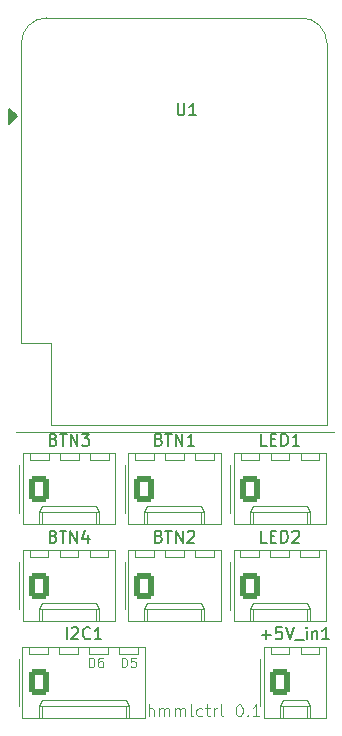
<source format=gto>
G04 #@! TF.GenerationSoftware,KiCad,Pcbnew,8.0.4*
G04 #@! TF.CreationDate,2024-07-25T20:30:30+02:00*
G04 #@! TF.ProjectId,hmmctrl,686d6d63-7472-46c2-9e6b-696361645f70,rev?*
G04 #@! TF.SameCoordinates,Original*
G04 #@! TF.FileFunction,Legend,Top*
G04 #@! TF.FilePolarity,Positive*
%FSLAX46Y46*%
G04 Gerber Fmt 4.6, Leading zero omitted, Abs format (unit mm)*
G04 Created by KiCad (PCBNEW 8.0.4) date 2024-07-25 20:30:30*
%MOMM*%
%LPD*%
G01*
G04 APERTURE LIST*
G04 Aperture macros list*
%AMRoundRect*
0 Rectangle with rounded corners*
0 $1 Rounding radius*
0 $2 $3 $4 $5 $6 $7 $8 $9 X,Y pos of 4 corners*
0 Add a 4 corners polygon primitive as box body*
4,1,4,$2,$3,$4,$5,$6,$7,$8,$9,$2,$3,0*
0 Add four circle primitives for the rounded corners*
1,1,$1+$1,$2,$3*
1,1,$1+$1,$4,$5*
1,1,$1+$1,$6,$7*
1,1,$1+$1,$8,$9*
0 Add four rect primitives between the rounded corners*
20,1,$1+$1,$2,$3,$4,$5,0*
20,1,$1+$1,$4,$5,$6,$7,0*
20,1,$1+$1,$6,$7,$8,$9,0*
20,1,$1+$1,$8,$9,$2,$3,0*%
G04 Aperture macros list end*
%ADD10C,0.100000*%
%ADD11C,0.150000*%
%ADD12C,0.120000*%
%ADD13RoundRect,0.250000X-0.620000X-0.845000X0.620000X-0.845000X0.620000X0.845000X-0.620000X0.845000X0*%
%ADD14O,1.740000X2.190000*%
%ADD15R,2.000000X2.000000*%
%ADD16O,2.000000X1.600000*%
%ADD17C,0.600000*%
G04 APERTURE END LIST*
D10*
X100033884Y-89092419D02*
X100033884Y-88092419D01*
X100462455Y-89092419D02*
X100462455Y-88568609D01*
X100462455Y-88568609D02*
X100414836Y-88473371D01*
X100414836Y-88473371D02*
X100319598Y-88425752D01*
X100319598Y-88425752D02*
X100176741Y-88425752D01*
X100176741Y-88425752D02*
X100081503Y-88473371D01*
X100081503Y-88473371D02*
X100033884Y-88520990D01*
X100938646Y-89092419D02*
X100938646Y-88425752D01*
X100938646Y-88520990D02*
X100986265Y-88473371D01*
X100986265Y-88473371D02*
X101081503Y-88425752D01*
X101081503Y-88425752D02*
X101224360Y-88425752D01*
X101224360Y-88425752D02*
X101319598Y-88473371D01*
X101319598Y-88473371D02*
X101367217Y-88568609D01*
X101367217Y-88568609D02*
X101367217Y-89092419D01*
X101367217Y-88568609D02*
X101414836Y-88473371D01*
X101414836Y-88473371D02*
X101510074Y-88425752D01*
X101510074Y-88425752D02*
X101652931Y-88425752D01*
X101652931Y-88425752D02*
X101748170Y-88473371D01*
X101748170Y-88473371D02*
X101795789Y-88568609D01*
X101795789Y-88568609D02*
X101795789Y-89092419D01*
X102271979Y-89092419D02*
X102271979Y-88425752D01*
X102271979Y-88520990D02*
X102319598Y-88473371D01*
X102319598Y-88473371D02*
X102414836Y-88425752D01*
X102414836Y-88425752D02*
X102557693Y-88425752D01*
X102557693Y-88425752D02*
X102652931Y-88473371D01*
X102652931Y-88473371D02*
X102700550Y-88568609D01*
X102700550Y-88568609D02*
X102700550Y-89092419D01*
X102700550Y-88568609D02*
X102748169Y-88473371D01*
X102748169Y-88473371D02*
X102843407Y-88425752D01*
X102843407Y-88425752D02*
X102986264Y-88425752D01*
X102986264Y-88425752D02*
X103081503Y-88473371D01*
X103081503Y-88473371D02*
X103129122Y-88568609D01*
X103129122Y-88568609D02*
X103129122Y-89092419D01*
X103748169Y-89092419D02*
X103652931Y-89044800D01*
X103652931Y-89044800D02*
X103605312Y-88949561D01*
X103605312Y-88949561D02*
X103605312Y-88092419D01*
X104557693Y-89044800D02*
X104462455Y-89092419D01*
X104462455Y-89092419D02*
X104271979Y-89092419D01*
X104271979Y-89092419D02*
X104176741Y-89044800D01*
X104176741Y-89044800D02*
X104129122Y-88997180D01*
X104129122Y-88997180D02*
X104081503Y-88901942D01*
X104081503Y-88901942D02*
X104081503Y-88616228D01*
X104081503Y-88616228D02*
X104129122Y-88520990D01*
X104129122Y-88520990D02*
X104176741Y-88473371D01*
X104176741Y-88473371D02*
X104271979Y-88425752D01*
X104271979Y-88425752D02*
X104462455Y-88425752D01*
X104462455Y-88425752D02*
X104557693Y-88473371D01*
X104843408Y-88425752D02*
X105224360Y-88425752D01*
X104986265Y-88092419D02*
X104986265Y-88949561D01*
X104986265Y-88949561D02*
X105033884Y-89044800D01*
X105033884Y-89044800D02*
X105129122Y-89092419D01*
X105129122Y-89092419D02*
X105224360Y-89092419D01*
X105557694Y-89092419D02*
X105557694Y-88425752D01*
X105557694Y-88616228D02*
X105605313Y-88520990D01*
X105605313Y-88520990D02*
X105652932Y-88473371D01*
X105652932Y-88473371D02*
X105748170Y-88425752D01*
X105748170Y-88425752D02*
X105843408Y-88425752D01*
X106319599Y-89092419D02*
X106224361Y-89044800D01*
X106224361Y-89044800D02*
X106176742Y-88949561D01*
X106176742Y-88949561D02*
X106176742Y-88092419D01*
X107652933Y-88092419D02*
X107748171Y-88092419D01*
X107748171Y-88092419D02*
X107843409Y-88140038D01*
X107843409Y-88140038D02*
X107891028Y-88187657D01*
X107891028Y-88187657D02*
X107938647Y-88282895D01*
X107938647Y-88282895D02*
X107986266Y-88473371D01*
X107986266Y-88473371D02*
X107986266Y-88711466D01*
X107986266Y-88711466D02*
X107938647Y-88901942D01*
X107938647Y-88901942D02*
X107891028Y-88997180D01*
X107891028Y-88997180D02*
X107843409Y-89044800D01*
X107843409Y-89044800D02*
X107748171Y-89092419D01*
X107748171Y-89092419D02*
X107652933Y-89092419D01*
X107652933Y-89092419D02*
X107557695Y-89044800D01*
X107557695Y-89044800D02*
X107510076Y-88997180D01*
X107510076Y-88997180D02*
X107462457Y-88901942D01*
X107462457Y-88901942D02*
X107414838Y-88711466D01*
X107414838Y-88711466D02*
X107414838Y-88473371D01*
X107414838Y-88473371D02*
X107462457Y-88282895D01*
X107462457Y-88282895D02*
X107510076Y-88187657D01*
X107510076Y-88187657D02*
X107557695Y-88140038D01*
X107557695Y-88140038D02*
X107652933Y-88092419D01*
X108414838Y-88997180D02*
X108462457Y-89044800D01*
X108462457Y-89044800D02*
X108414838Y-89092419D01*
X108414838Y-89092419D02*
X108367219Y-89044800D01*
X108367219Y-89044800D02*
X108414838Y-88997180D01*
X108414838Y-88997180D02*
X108414838Y-89092419D01*
X109414837Y-89092419D02*
X108843409Y-89092419D01*
X109129123Y-89092419D02*
X109129123Y-88092419D01*
X109129123Y-88092419D02*
X109033885Y-88235276D01*
X109033885Y-88235276D02*
X108938647Y-88330514D01*
X108938647Y-88330514D02*
X108843409Y-88378133D01*
X88800000Y-65000000D02*
X115700000Y-65000000D01*
D11*
X93087619Y-82564819D02*
X93087619Y-81564819D01*
X93516190Y-81660057D02*
X93563809Y-81612438D01*
X93563809Y-81612438D02*
X93659047Y-81564819D01*
X93659047Y-81564819D02*
X93897142Y-81564819D01*
X93897142Y-81564819D02*
X93992380Y-81612438D01*
X93992380Y-81612438D02*
X94039999Y-81660057D01*
X94039999Y-81660057D02*
X94087618Y-81755295D01*
X94087618Y-81755295D02*
X94087618Y-81850533D01*
X94087618Y-81850533D02*
X94039999Y-81993390D01*
X94039999Y-81993390D02*
X93468571Y-82564819D01*
X93468571Y-82564819D02*
X94087618Y-82564819D01*
X95087618Y-82469580D02*
X95039999Y-82517200D01*
X95039999Y-82517200D02*
X94897142Y-82564819D01*
X94897142Y-82564819D02*
X94801904Y-82564819D01*
X94801904Y-82564819D02*
X94659047Y-82517200D01*
X94659047Y-82517200D02*
X94563809Y-82421961D01*
X94563809Y-82421961D02*
X94516190Y-82326723D01*
X94516190Y-82326723D02*
X94468571Y-82136247D01*
X94468571Y-82136247D02*
X94468571Y-81993390D01*
X94468571Y-81993390D02*
X94516190Y-81802914D01*
X94516190Y-81802914D02*
X94563809Y-81707676D01*
X94563809Y-81707676D02*
X94659047Y-81612438D01*
X94659047Y-81612438D02*
X94801904Y-81564819D01*
X94801904Y-81564819D02*
X94897142Y-81564819D01*
X94897142Y-81564819D02*
X95039999Y-81612438D01*
X95039999Y-81612438D02*
X95087618Y-81660057D01*
X96039999Y-82564819D02*
X95468571Y-82564819D01*
X95754285Y-82564819D02*
X95754285Y-81564819D01*
X95754285Y-81564819D02*
X95659047Y-81707676D01*
X95659047Y-81707676D02*
X95563809Y-81802914D01*
X95563809Y-81802914D02*
X95468571Y-81850533D01*
D10*
X94986265Y-84926895D02*
X94986265Y-84126895D01*
X94986265Y-84126895D02*
X95176741Y-84126895D01*
X95176741Y-84126895D02*
X95291027Y-84164990D01*
X95291027Y-84164990D02*
X95367217Y-84241180D01*
X95367217Y-84241180D02*
X95405312Y-84317371D01*
X95405312Y-84317371D02*
X95443408Y-84469752D01*
X95443408Y-84469752D02*
X95443408Y-84584038D01*
X95443408Y-84584038D02*
X95405312Y-84736419D01*
X95405312Y-84736419D02*
X95367217Y-84812609D01*
X95367217Y-84812609D02*
X95291027Y-84888800D01*
X95291027Y-84888800D02*
X95176741Y-84926895D01*
X95176741Y-84926895D02*
X94986265Y-84926895D01*
X96129122Y-84126895D02*
X95976741Y-84126895D01*
X95976741Y-84126895D02*
X95900550Y-84164990D01*
X95900550Y-84164990D02*
X95862455Y-84203085D01*
X95862455Y-84203085D02*
X95786265Y-84317371D01*
X95786265Y-84317371D02*
X95748169Y-84469752D01*
X95748169Y-84469752D02*
X95748169Y-84774514D01*
X95748169Y-84774514D02*
X95786265Y-84850704D01*
X95786265Y-84850704D02*
X95824360Y-84888800D01*
X95824360Y-84888800D02*
X95900550Y-84926895D01*
X95900550Y-84926895D02*
X96052931Y-84926895D01*
X96052931Y-84926895D02*
X96129122Y-84888800D01*
X96129122Y-84888800D02*
X96167217Y-84850704D01*
X96167217Y-84850704D02*
X96205312Y-84774514D01*
X96205312Y-84774514D02*
X96205312Y-84584038D01*
X96205312Y-84584038D02*
X96167217Y-84507847D01*
X96167217Y-84507847D02*
X96129122Y-84469752D01*
X96129122Y-84469752D02*
X96052931Y-84431657D01*
X96052931Y-84431657D02*
X95900550Y-84431657D01*
X95900550Y-84431657D02*
X95824360Y-84469752D01*
X95824360Y-84469752D02*
X95786265Y-84507847D01*
X95786265Y-84507847D02*
X95748169Y-84584038D01*
X97767218Y-84926895D02*
X97767218Y-84126895D01*
X97767218Y-84126895D02*
X97957694Y-84126895D01*
X97957694Y-84126895D02*
X98071980Y-84164990D01*
X98071980Y-84164990D02*
X98148170Y-84241180D01*
X98148170Y-84241180D02*
X98186265Y-84317371D01*
X98186265Y-84317371D02*
X98224361Y-84469752D01*
X98224361Y-84469752D02*
X98224361Y-84584038D01*
X98224361Y-84584038D02*
X98186265Y-84736419D01*
X98186265Y-84736419D02*
X98148170Y-84812609D01*
X98148170Y-84812609D02*
X98071980Y-84888800D01*
X98071980Y-84888800D02*
X97957694Y-84926895D01*
X97957694Y-84926895D02*
X97767218Y-84926895D01*
X98948170Y-84126895D02*
X98567218Y-84126895D01*
X98567218Y-84126895D02*
X98529122Y-84507847D01*
X98529122Y-84507847D02*
X98567218Y-84469752D01*
X98567218Y-84469752D02*
X98643408Y-84431657D01*
X98643408Y-84431657D02*
X98833884Y-84431657D01*
X98833884Y-84431657D02*
X98910075Y-84469752D01*
X98910075Y-84469752D02*
X98948170Y-84507847D01*
X98948170Y-84507847D02*
X98986265Y-84584038D01*
X98986265Y-84584038D02*
X98986265Y-84774514D01*
X98986265Y-84774514D02*
X98948170Y-84850704D01*
X98948170Y-84850704D02*
X98910075Y-84888800D01*
X98910075Y-84888800D02*
X98833884Y-84926895D01*
X98833884Y-84926895D02*
X98643408Y-84926895D01*
X98643408Y-84926895D02*
X98567218Y-84888800D01*
X98567218Y-84888800D02*
X98529122Y-84850704D01*
D11*
X91990476Y-65661009D02*
X92133333Y-65708628D01*
X92133333Y-65708628D02*
X92180952Y-65756247D01*
X92180952Y-65756247D02*
X92228571Y-65851485D01*
X92228571Y-65851485D02*
X92228571Y-65994342D01*
X92228571Y-65994342D02*
X92180952Y-66089580D01*
X92180952Y-66089580D02*
X92133333Y-66137200D01*
X92133333Y-66137200D02*
X92038095Y-66184819D01*
X92038095Y-66184819D02*
X91657143Y-66184819D01*
X91657143Y-66184819D02*
X91657143Y-65184819D01*
X91657143Y-65184819D02*
X91990476Y-65184819D01*
X91990476Y-65184819D02*
X92085714Y-65232438D01*
X92085714Y-65232438D02*
X92133333Y-65280057D01*
X92133333Y-65280057D02*
X92180952Y-65375295D01*
X92180952Y-65375295D02*
X92180952Y-65470533D01*
X92180952Y-65470533D02*
X92133333Y-65565771D01*
X92133333Y-65565771D02*
X92085714Y-65613390D01*
X92085714Y-65613390D02*
X91990476Y-65661009D01*
X91990476Y-65661009D02*
X91657143Y-65661009D01*
X92514286Y-65184819D02*
X93085714Y-65184819D01*
X92800000Y-66184819D02*
X92800000Y-65184819D01*
X93419048Y-66184819D02*
X93419048Y-65184819D01*
X93419048Y-65184819D02*
X93990476Y-66184819D01*
X93990476Y-66184819D02*
X93990476Y-65184819D01*
X94371429Y-65184819D02*
X94990476Y-65184819D01*
X94990476Y-65184819D02*
X94657143Y-65565771D01*
X94657143Y-65565771D02*
X94800000Y-65565771D01*
X94800000Y-65565771D02*
X94895238Y-65613390D01*
X94895238Y-65613390D02*
X94942857Y-65661009D01*
X94942857Y-65661009D02*
X94990476Y-65756247D01*
X94990476Y-65756247D02*
X94990476Y-65994342D01*
X94990476Y-65994342D02*
X94942857Y-66089580D01*
X94942857Y-66089580D02*
X94895238Y-66137200D01*
X94895238Y-66137200D02*
X94800000Y-66184819D01*
X94800000Y-66184819D02*
X94514286Y-66184819D01*
X94514286Y-66184819D02*
X94419048Y-66137200D01*
X94419048Y-66137200D02*
X94371429Y-66089580D01*
X100905476Y-73861009D02*
X101048333Y-73908628D01*
X101048333Y-73908628D02*
X101095952Y-73956247D01*
X101095952Y-73956247D02*
X101143571Y-74051485D01*
X101143571Y-74051485D02*
X101143571Y-74194342D01*
X101143571Y-74194342D02*
X101095952Y-74289580D01*
X101095952Y-74289580D02*
X101048333Y-74337200D01*
X101048333Y-74337200D02*
X100953095Y-74384819D01*
X100953095Y-74384819D02*
X100572143Y-74384819D01*
X100572143Y-74384819D02*
X100572143Y-73384819D01*
X100572143Y-73384819D02*
X100905476Y-73384819D01*
X100905476Y-73384819D02*
X101000714Y-73432438D01*
X101000714Y-73432438D02*
X101048333Y-73480057D01*
X101048333Y-73480057D02*
X101095952Y-73575295D01*
X101095952Y-73575295D02*
X101095952Y-73670533D01*
X101095952Y-73670533D02*
X101048333Y-73765771D01*
X101048333Y-73765771D02*
X101000714Y-73813390D01*
X101000714Y-73813390D02*
X100905476Y-73861009D01*
X100905476Y-73861009D02*
X100572143Y-73861009D01*
X101429286Y-73384819D02*
X102000714Y-73384819D01*
X101715000Y-74384819D02*
X101715000Y-73384819D01*
X102334048Y-74384819D02*
X102334048Y-73384819D01*
X102334048Y-73384819D02*
X102905476Y-74384819D01*
X102905476Y-74384819D02*
X102905476Y-73384819D01*
X103334048Y-73480057D02*
X103381667Y-73432438D01*
X103381667Y-73432438D02*
X103476905Y-73384819D01*
X103476905Y-73384819D02*
X103715000Y-73384819D01*
X103715000Y-73384819D02*
X103810238Y-73432438D01*
X103810238Y-73432438D02*
X103857857Y-73480057D01*
X103857857Y-73480057D02*
X103905476Y-73575295D01*
X103905476Y-73575295D02*
X103905476Y-73670533D01*
X103905476Y-73670533D02*
X103857857Y-73813390D01*
X103857857Y-73813390D02*
X103286429Y-74384819D01*
X103286429Y-74384819D02*
X103905476Y-74384819D01*
X91980476Y-73861009D02*
X92123333Y-73908628D01*
X92123333Y-73908628D02*
X92170952Y-73956247D01*
X92170952Y-73956247D02*
X92218571Y-74051485D01*
X92218571Y-74051485D02*
X92218571Y-74194342D01*
X92218571Y-74194342D02*
X92170952Y-74289580D01*
X92170952Y-74289580D02*
X92123333Y-74337200D01*
X92123333Y-74337200D02*
X92028095Y-74384819D01*
X92028095Y-74384819D02*
X91647143Y-74384819D01*
X91647143Y-74384819D02*
X91647143Y-73384819D01*
X91647143Y-73384819D02*
X91980476Y-73384819D01*
X91980476Y-73384819D02*
X92075714Y-73432438D01*
X92075714Y-73432438D02*
X92123333Y-73480057D01*
X92123333Y-73480057D02*
X92170952Y-73575295D01*
X92170952Y-73575295D02*
X92170952Y-73670533D01*
X92170952Y-73670533D02*
X92123333Y-73765771D01*
X92123333Y-73765771D02*
X92075714Y-73813390D01*
X92075714Y-73813390D02*
X91980476Y-73861009D01*
X91980476Y-73861009D02*
X91647143Y-73861009D01*
X92504286Y-73384819D02*
X93075714Y-73384819D01*
X92790000Y-74384819D02*
X92790000Y-73384819D01*
X93409048Y-74384819D02*
X93409048Y-73384819D01*
X93409048Y-73384819D02*
X93980476Y-74384819D01*
X93980476Y-74384819D02*
X93980476Y-73384819D01*
X94885238Y-73718152D02*
X94885238Y-74384819D01*
X94647143Y-73337200D02*
X94409048Y-74051485D01*
X94409048Y-74051485D02*
X95028095Y-74051485D01*
X110040952Y-66184819D02*
X109564762Y-66184819D01*
X109564762Y-66184819D02*
X109564762Y-65184819D01*
X110374286Y-65661009D02*
X110707619Y-65661009D01*
X110850476Y-66184819D02*
X110374286Y-66184819D01*
X110374286Y-66184819D02*
X110374286Y-65184819D01*
X110374286Y-65184819D02*
X110850476Y-65184819D01*
X111279048Y-66184819D02*
X111279048Y-65184819D01*
X111279048Y-65184819D02*
X111517143Y-65184819D01*
X111517143Y-65184819D02*
X111660000Y-65232438D01*
X111660000Y-65232438D02*
X111755238Y-65327676D01*
X111755238Y-65327676D02*
X111802857Y-65422914D01*
X111802857Y-65422914D02*
X111850476Y-65613390D01*
X111850476Y-65613390D02*
X111850476Y-65756247D01*
X111850476Y-65756247D02*
X111802857Y-65946723D01*
X111802857Y-65946723D02*
X111755238Y-66041961D01*
X111755238Y-66041961D02*
X111660000Y-66137200D01*
X111660000Y-66137200D02*
X111517143Y-66184819D01*
X111517143Y-66184819D02*
X111279048Y-66184819D01*
X112802857Y-66184819D02*
X112231429Y-66184819D01*
X112517143Y-66184819D02*
X112517143Y-65184819D01*
X112517143Y-65184819D02*
X112421905Y-65327676D01*
X112421905Y-65327676D02*
X112326667Y-65422914D01*
X112326667Y-65422914D02*
X112231429Y-65470533D01*
X100900476Y-65661009D02*
X101043333Y-65708628D01*
X101043333Y-65708628D02*
X101090952Y-65756247D01*
X101090952Y-65756247D02*
X101138571Y-65851485D01*
X101138571Y-65851485D02*
X101138571Y-65994342D01*
X101138571Y-65994342D02*
X101090952Y-66089580D01*
X101090952Y-66089580D02*
X101043333Y-66137200D01*
X101043333Y-66137200D02*
X100948095Y-66184819D01*
X100948095Y-66184819D02*
X100567143Y-66184819D01*
X100567143Y-66184819D02*
X100567143Y-65184819D01*
X100567143Y-65184819D02*
X100900476Y-65184819D01*
X100900476Y-65184819D02*
X100995714Y-65232438D01*
X100995714Y-65232438D02*
X101043333Y-65280057D01*
X101043333Y-65280057D02*
X101090952Y-65375295D01*
X101090952Y-65375295D02*
X101090952Y-65470533D01*
X101090952Y-65470533D02*
X101043333Y-65565771D01*
X101043333Y-65565771D02*
X100995714Y-65613390D01*
X100995714Y-65613390D02*
X100900476Y-65661009D01*
X100900476Y-65661009D02*
X100567143Y-65661009D01*
X101424286Y-65184819D02*
X101995714Y-65184819D01*
X101710000Y-66184819D02*
X101710000Y-65184819D01*
X102329048Y-66184819D02*
X102329048Y-65184819D01*
X102329048Y-65184819D02*
X102900476Y-66184819D01*
X102900476Y-66184819D02*
X102900476Y-65184819D01*
X103900476Y-66184819D02*
X103329048Y-66184819D01*
X103614762Y-66184819D02*
X103614762Y-65184819D01*
X103614762Y-65184819D02*
X103519524Y-65327676D01*
X103519524Y-65327676D02*
X103424286Y-65422914D01*
X103424286Y-65422914D02*
X103329048Y-65470533D01*
X109596667Y-82183866D02*
X110358572Y-82183866D01*
X109977619Y-82564819D02*
X109977619Y-81802914D01*
X111310952Y-81564819D02*
X110834762Y-81564819D01*
X110834762Y-81564819D02*
X110787143Y-82041009D01*
X110787143Y-82041009D02*
X110834762Y-81993390D01*
X110834762Y-81993390D02*
X110930000Y-81945771D01*
X110930000Y-81945771D02*
X111168095Y-81945771D01*
X111168095Y-81945771D02*
X111263333Y-81993390D01*
X111263333Y-81993390D02*
X111310952Y-82041009D01*
X111310952Y-82041009D02*
X111358571Y-82136247D01*
X111358571Y-82136247D02*
X111358571Y-82374342D01*
X111358571Y-82374342D02*
X111310952Y-82469580D01*
X111310952Y-82469580D02*
X111263333Y-82517200D01*
X111263333Y-82517200D02*
X111168095Y-82564819D01*
X111168095Y-82564819D02*
X110930000Y-82564819D01*
X110930000Y-82564819D02*
X110834762Y-82517200D01*
X110834762Y-82517200D02*
X110787143Y-82469580D01*
X111644286Y-81564819D02*
X111977619Y-82564819D01*
X111977619Y-82564819D02*
X112310952Y-81564819D01*
X112406191Y-82660057D02*
X113168095Y-82660057D01*
X113406191Y-82564819D02*
X113406191Y-81898152D01*
X113406191Y-81564819D02*
X113358572Y-81612438D01*
X113358572Y-81612438D02*
X113406191Y-81660057D01*
X113406191Y-81660057D02*
X113453810Y-81612438D01*
X113453810Y-81612438D02*
X113406191Y-81564819D01*
X113406191Y-81564819D02*
X113406191Y-81660057D01*
X113882381Y-81898152D02*
X113882381Y-82564819D01*
X113882381Y-81993390D02*
X113930000Y-81945771D01*
X113930000Y-81945771D02*
X114025238Y-81898152D01*
X114025238Y-81898152D02*
X114168095Y-81898152D01*
X114168095Y-81898152D02*
X114263333Y-81945771D01*
X114263333Y-81945771D02*
X114310952Y-82041009D01*
X114310952Y-82041009D02*
X114310952Y-82564819D01*
X115310952Y-82564819D02*
X114739524Y-82564819D01*
X115025238Y-82564819D02*
X115025238Y-81564819D01*
X115025238Y-81564819D02*
X114930000Y-81707676D01*
X114930000Y-81707676D02*
X114834762Y-81802914D01*
X114834762Y-81802914D02*
X114739524Y-81850533D01*
X110020952Y-74389819D02*
X109544762Y-74389819D01*
X109544762Y-74389819D02*
X109544762Y-73389819D01*
X110354286Y-73866009D02*
X110687619Y-73866009D01*
X110830476Y-74389819D02*
X110354286Y-74389819D01*
X110354286Y-74389819D02*
X110354286Y-73389819D01*
X110354286Y-73389819D02*
X110830476Y-73389819D01*
X111259048Y-74389819D02*
X111259048Y-73389819D01*
X111259048Y-73389819D02*
X111497143Y-73389819D01*
X111497143Y-73389819D02*
X111640000Y-73437438D01*
X111640000Y-73437438D02*
X111735238Y-73532676D01*
X111735238Y-73532676D02*
X111782857Y-73627914D01*
X111782857Y-73627914D02*
X111830476Y-73818390D01*
X111830476Y-73818390D02*
X111830476Y-73961247D01*
X111830476Y-73961247D02*
X111782857Y-74151723D01*
X111782857Y-74151723D02*
X111735238Y-74246961D01*
X111735238Y-74246961D02*
X111640000Y-74342200D01*
X111640000Y-74342200D02*
X111497143Y-74389819D01*
X111497143Y-74389819D02*
X111259048Y-74389819D01*
X112211429Y-73485057D02*
X112259048Y-73437438D01*
X112259048Y-73437438D02*
X112354286Y-73389819D01*
X112354286Y-73389819D02*
X112592381Y-73389819D01*
X112592381Y-73389819D02*
X112687619Y-73437438D01*
X112687619Y-73437438D02*
X112735238Y-73485057D01*
X112735238Y-73485057D02*
X112782857Y-73580295D01*
X112782857Y-73580295D02*
X112782857Y-73675533D01*
X112782857Y-73675533D02*
X112735238Y-73818390D01*
X112735238Y-73818390D02*
X112163810Y-74389819D01*
X112163810Y-74389819D02*
X112782857Y-74389819D01*
X102488095Y-37204819D02*
X102488095Y-38014342D01*
X102488095Y-38014342D02*
X102535714Y-38109580D01*
X102535714Y-38109580D02*
X102583333Y-38157200D01*
X102583333Y-38157200D02*
X102678571Y-38204819D01*
X102678571Y-38204819D02*
X102869047Y-38204819D01*
X102869047Y-38204819D02*
X102964285Y-38157200D01*
X102964285Y-38157200D02*
X103011904Y-38109580D01*
X103011904Y-38109580D02*
X103059523Y-38014342D01*
X103059523Y-38014342D02*
X103059523Y-37204819D01*
X104059523Y-38204819D02*
X103488095Y-38204819D01*
X103773809Y-38204819D02*
X103773809Y-37204819D01*
X103773809Y-37204819D02*
X103678571Y-37347676D01*
X103678571Y-37347676D02*
X103583333Y-37442914D01*
X103583333Y-37442914D02*
X103488095Y-37490533D01*
D12*
X89060000Y-84230000D02*
X89060000Y-88230000D01*
X89350000Y-83200000D02*
X89350000Y-89220000D01*
X89350000Y-89220000D02*
X99730000Y-89220000D01*
X89930000Y-83200000D02*
X89930000Y-83800000D01*
X89930000Y-83800000D02*
X91530000Y-83800000D01*
X90730000Y-88220000D02*
X90980000Y-87690000D01*
X90730000Y-88220000D02*
X98350000Y-88220000D01*
X90730000Y-89220000D02*
X90730000Y-88220000D01*
X90980000Y-87690000D02*
X98100000Y-87690000D01*
X90980000Y-89220000D02*
X90980000Y-88220000D01*
X91530000Y-83800000D02*
X91530000Y-83200000D01*
X92470000Y-83200000D02*
X92470000Y-83800000D01*
X92470000Y-83800000D02*
X94070000Y-83800000D01*
X94070000Y-83800000D02*
X94070000Y-83200000D01*
X95010000Y-83200000D02*
X95010000Y-83800000D01*
X95010000Y-83800000D02*
X96610000Y-83800000D01*
X96610000Y-83800000D02*
X96610000Y-83200000D01*
X97550000Y-83200000D02*
X97550000Y-83800000D01*
X97550000Y-83800000D02*
X99150000Y-83800000D01*
X98100000Y-87690000D02*
X98350000Y-88220000D01*
X98100000Y-89220000D02*
X98100000Y-88220000D01*
X98350000Y-88220000D02*
X98350000Y-89220000D01*
X99150000Y-83800000D02*
X99150000Y-83200000D01*
X99730000Y-83200000D02*
X89350000Y-83200000D01*
X99730000Y-89220000D02*
X99730000Y-83200000D01*
X89090000Y-67850000D02*
X89090000Y-71850000D01*
X89380000Y-66820000D02*
X89380000Y-72840000D01*
X89380000Y-72840000D02*
X97220000Y-72840000D01*
X89960000Y-66820000D02*
X89960000Y-67420000D01*
X89960000Y-67420000D02*
X91560000Y-67420000D01*
X90760000Y-71840000D02*
X91010000Y-71310000D01*
X90760000Y-71840000D02*
X95840000Y-71840000D01*
X90760000Y-72840000D02*
X90760000Y-71840000D01*
X91010000Y-71310000D02*
X95590000Y-71310000D01*
X91010000Y-72840000D02*
X91010000Y-71840000D01*
X91560000Y-67420000D02*
X91560000Y-66820000D01*
X92500000Y-66820000D02*
X92500000Y-67420000D01*
X92500000Y-67420000D02*
X94100000Y-67420000D01*
X94100000Y-67420000D02*
X94100000Y-66820000D01*
X95040000Y-66820000D02*
X95040000Y-67420000D01*
X95040000Y-67420000D02*
X96640000Y-67420000D01*
X95590000Y-71310000D02*
X95840000Y-71840000D01*
X95590000Y-72840000D02*
X95590000Y-71840000D01*
X95840000Y-71840000D02*
X95840000Y-72840000D01*
X96640000Y-67420000D02*
X96640000Y-66820000D01*
X97220000Y-66820000D02*
X89380000Y-66820000D01*
X97220000Y-72840000D02*
X97220000Y-66820000D01*
X98005000Y-76050000D02*
X98005000Y-80050000D01*
X98295000Y-75020000D02*
X98295000Y-81040000D01*
X98295000Y-81040000D02*
X106135000Y-81040000D01*
X98875000Y-75020000D02*
X98875000Y-75620000D01*
X98875000Y-75620000D02*
X100475000Y-75620000D01*
X99675000Y-80040000D02*
X99925000Y-79510000D01*
X99675000Y-80040000D02*
X104755000Y-80040000D01*
X99675000Y-81040000D02*
X99675000Y-80040000D01*
X99925000Y-79510000D02*
X104505000Y-79510000D01*
X99925000Y-81040000D02*
X99925000Y-80040000D01*
X100475000Y-75620000D02*
X100475000Y-75020000D01*
X101415000Y-75020000D02*
X101415000Y-75620000D01*
X101415000Y-75620000D02*
X103015000Y-75620000D01*
X103015000Y-75620000D02*
X103015000Y-75020000D01*
X103955000Y-75020000D02*
X103955000Y-75620000D01*
X103955000Y-75620000D02*
X105555000Y-75620000D01*
X104505000Y-79510000D02*
X104755000Y-80040000D01*
X104505000Y-81040000D02*
X104505000Y-80040000D01*
X104755000Y-80040000D02*
X104755000Y-81040000D01*
X105555000Y-75620000D02*
X105555000Y-75020000D01*
X106135000Y-75020000D02*
X98295000Y-75020000D01*
X106135000Y-81040000D02*
X106135000Y-75020000D01*
X97210000Y-81040000D02*
X97210000Y-75020000D01*
X97210000Y-75020000D02*
X89370000Y-75020000D01*
X96630000Y-75620000D02*
X96630000Y-75020000D01*
X95830000Y-80040000D02*
X95830000Y-81040000D01*
X95580000Y-81040000D02*
X95580000Y-80040000D01*
X95580000Y-79510000D02*
X95830000Y-80040000D01*
X95030000Y-75620000D02*
X96630000Y-75620000D01*
X95030000Y-75020000D02*
X95030000Y-75620000D01*
X94090000Y-75620000D02*
X94090000Y-75020000D01*
X92490000Y-75620000D02*
X94090000Y-75620000D01*
X92490000Y-75020000D02*
X92490000Y-75620000D01*
X91550000Y-75620000D02*
X91550000Y-75020000D01*
X91000000Y-81040000D02*
X91000000Y-80040000D01*
X91000000Y-79510000D02*
X95580000Y-79510000D01*
X90750000Y-81040000D02*
X90750000Y-80040000D01*
X90750000Y-80040000D02*
X95830000Y-80040000D01*
X90750000Y-80040000D02*
X91000000Y-79510000D01*
X89950000Y-75620000D02*
X91550000Y-75620000D01*
X89950000Y-75020000D02*
X89950000Y-75620000D01*
X89370000Y-81040000D02*
X97210000Y-81040000D01*
X89370000Y-75020000D02*
X89370000Y-81040000D01*
X89080000Y-76050000D02*
X89080000Y-80050000D01*
X106950000Y-67850000D02*
X106950000Y-71850000D01*
X107240000Y-66820000D02*
X107240000Y-72840000D01*
X107240000Y-72840000D02*
X115080000Y-72840000D01*
X107820000Y-66820000D02*
X107820000Y-67420000D01*
X107820000Y-67420000D02*
X109420000Y-67420000D01*
X108620000Y-71840000D02*
X108870000Y-71310000D01*
X108620000Y-71840000D02*
X113700000Y-71840000D01*
X108620000Y-72840000D02*
X108620000Y-71840000D01*
X108870000Y-71310000D02*
X113450000Y-71310000D01*
X108870000Y-72840000D02*
X108870000Y-71840000D01*
X109420000Y-67420000D02*
X109420000Y-66820000D01*
X110360000Y-66820000D02*
X110360000Y-67420000D01*
X110360000Y-67420000D02*
X111960000Y-67420000D01*
X111960000Y-67420000D02*
X111960000Y-66820000D01*
X112900000Y-66820000D02*
X112900000Y-67420000D01*
X112900000Y-67420000D02*
X114500000Y-67420000D01*
X113450000Y-71310000D02*
X113700000Y-71840000D01*
X113450000Y-72840000D02*
X113450000Y-71840000D01*
X113700000Y-71840000D02*
X113700000Y-72840000D01*
X114500000Y-67420000D02*
X114500000Y-66820000D01*
X115080000Y-66820000D02*
X107240000Y-66820000D01*
X115080000Y-72840000D02*
X115080000Y-66820000D01*
X98000000Y-67850000D02*
X98000000Y-71850000D01*
X98290000Y-66820000D02*
X98290000Y-72840000D01*
X98290000Y-72840000D02*
X106130000Y-72840000D01*
X98870000Y-66820000D02*
X98870000Y-67420000D01*
X98870000Y-67420000D02*
X100470000Y-67420000D01*
X99670000Y-71840000D02*
X99920000Y-71310000D01*
X99670000Y-71840000D02*
X104750000Y-71840000D01*
X99670000Y-72840000D02*
X99670000Y-71840000D01*
X99920000Y-71310000D02*
X104500000Y-71310000D01*
X99920000Y-72840000D02*
X99920000Y-71840000D01*
X100470000Y-67420000D02*
X100470000Y-66820000D01*
X101410000Y-66820000D02*
X101410000Y-67420000D01*
X101410000Y-67420000D02*
X103010000Y-67420000D01*
X103010000Y-67420000D02*
X103010000Y-66820000D01*
X103950000Y-66820000D02*
X103950000Y-67420000D01*
X103950000Y-67420000D02*
X105550000Y-67420000D01*
X104500000Y-71310000D02*
X104750000Y-71840000D01*
X104500000Y-72840000D02*
X104500000Y-71840000D01*
X104750000Y-71840000D02*
X104750000Y-72840000D01*
X105550000Y-67420000D02*
X105550000Y-66820000D01*
X106130000Y-66820000D02*
X98290000Y-66820000D01*
X106130000Y-72840000D02*
X106130000Y-66820000D01*
X109490000Y-84230000D02*
X109490000Y-88230000D01*
X109780000Y-83200000D02*
X109780000Y-89220000D01*
X109780000Y-89220000D02*
X115080000Y-89220000D01*
X110360000Y-83200000D02*
X110360000Y-83800000D01*
X110360000Y-83800000D02*
X111960000Y-83800000D01*
X111160000Y-88220000D02*
X111410000Y-87690000D01*
X111160000Y-88220000D02*
X113700000Y-88220000D01*
X111160000Y-89220000D02*
X111160000Y-88220000D01*
X111410000Y-87690000D02*
X113450000Y-87690000D01*
X111410000Y-89220000D02*
X111410000Y-88220000D01*
X111960000Y-83800000D02*
X111960000Y-83200000D01*
X112900000Y-83200000D02*
X112900000Y-83800000D01*
X112900000Y-83800000D02*
X114500000Y-83800000D01*
X113450000Y-87690000D02*
X113700000Y-88220000D01*
X113450000Y-89220000D02*
X113450000Y-88220000D01*
X113700000Y-88220000D02*
X113700000Y-89220000D01*
X114500000Y-83800000D02*
X114500000Y-83200000D01*
X115080000Y-83200000D02*
X109780000Y-83200000D01*
X115080000Y-89220000D02*
X115080000Y-83200000D01*
X106930000Y-76055000D02*
X106930000Y-80055000D01*
X107220000Y-75025000D02*
X107220000Y-81045000D01*
X107220000Y-81045000D02*
X115060000Y-81045000D01*
X107800000Y-75025000D02*
X107800000Y-75625000D01*
X107800000Y-75625000D02*
X109400000Y-75625000D01*
X108600000Y-80045000D02*
X108850000Y-79515000D01*
X108600000Y-80045000D02*
X113680000Y-80045000D01*
X108600000Y-81045000D02*
X108600000Y-80045000D01*
X108850000Y-79515000D02*
X113430000Y-79515000D01*
X108850000Y-81045000D02*
X108850000Y-80045000D01*
X109400000Y-75625000D02*
X109400000Y-75025000D01*
X110340000Y-75025000D02*
X110340000Y-75625000D01*
X110340000Y-75625000D02*
X111940000Y-75625000D01*
X111940000Y-75625000D02*
X111940000Y-75025000D01*
X112880000Y-75025000D02*
X112880000Y-75625000D01*
X112880000Y-75625000D02*
X114480000Y-75625000D01*
X113430000Y-79515000D02*
X113680000Y-80045000D01*
X113430000Y-81045000D02*
X113430000Y-80045000D01*
X113680000Y-80045000D02*
X113680000Y-81045000D01*
X114480000Y-75625000D02*
X114480000Y-75025000D01*
X115060000Y-75025000D02*
X107220000Y-75025000D01*
X115060000Y-81045000D02*
X115060000Y-75025000D01*
X89255000Y-57530000D02*
X89255000Y-32100000D01*
X89255000Y-57530000D02*
X91795000Y-57530000D01*
X91795000Y-57530000D02*
X91795000Y-64430000D01*
X91795000Y-64430000D02*
X115115000Y-64430000D01*
X112995000Y-29970000D02*
X91385000Y-29970000D01*
X115115000Y-64430000D02*
X115115000Y-32100000D01*
X89255000Y-32100000D02*
G75*
G02*
X91385000Y-29970000I2130002J-2D01*
G01*
X112985000Y-29970000D02*
G75*
G02*
X115115000Y-32100000I0J-2130000D01*
G01*
D11*
X88850000Y-38310000D02*
X88215000Y-38945000D01*
X88215000Y-37675000D01*
X88850000Y-38310000D01*
G36*
X88850000Y-38310000D02*
G01*
X88215000Y-38945000D01*
X88215000Y-37675000D01*
X88850000Y-38310000D01*
G37*
%LPC*%
D13*
X90730000Y-86230000D03*
D14*
X93270000Y-86230000D03*
X95810000Y-86230000D03*
X98350000Y-86230000D03*
D13*
X90760000Y-69850000D03*
D14*
X93300000Y-69850000D03*
X95840000Y-69850000D03*
D13*
X99675000Y-78050000D03*
D14*
X102215000Y-78050000D03*
X104755000Y-78050000D03*
X95830000Y-78050000D03*
X93290000Y-78050000D03*
D13*
X90750000Y-78050000D03*
X108620000Y-69850000D03*
D14*
X111160000Y-69850000D03*
X113700000Y-69850000D03*
D13*
X99670000Y-69850000D03*
D14*
X102210000Y-69850000D03*
X104750000Y-69850000D03*
D13*
X111160000Y-86230000D03*
D14*
X113700000Y-86230000D03*
D13*
X108600000Y-78055000D03*
D14*
X111140000Y-78055000D03*
X113680000Y-78055000D03*
D15*
X90755000Y-38310000D03*
D16*
X90755000Y-40850000D03*
X90755000Y-43390000D03*
X90755000Y-45930000D03*
X90755000Y-48470000D03*
X90755000Y-51010000D03*
X90755000Y-53550000D03*
X90755000Y-56090000D03*
X113615000Y-56090000D03*
X113615000Y-53550000D03*
X113615000Y-51010000D03*
X113615000Y-48470000D03*
X113615000Y-45930000D03*
X113615000Y-43390000D03*
X113615000Y-40850000D03*
X113615000Y-38310000D03*
D17*
X111600000Y-43400000D03*
X108800000Y-43400000D03*
X111600000Y-45900000D03*
X108800000Y-45900000D03*
%LPD*%
M02*

</source>
